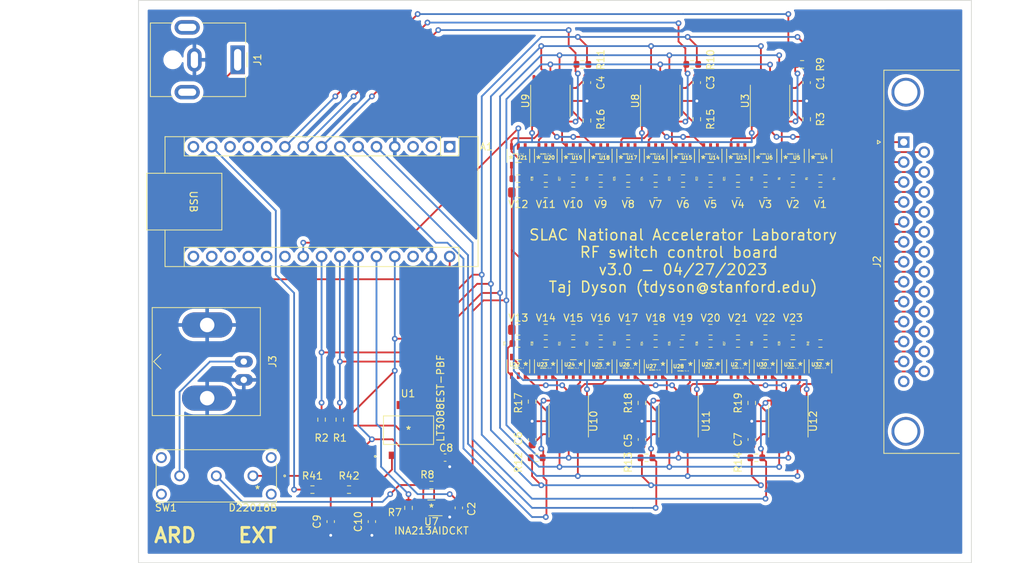
<source format=kicad_pcb>
(kicad_pcb (version 20211014) (generator pcbnew)

  (general
    (thickness 1.6)
  )

  (paper "A4")
  (layers
    (0 "F.Cu" signal)
    (31 "B.Cu" signal)
    (32 "B.Adhes" user "B.Adhesive")
    (33 "F.Adhes" user "F.Adhesive")
    (34 "B.Paste" user)
    (35 "F.Paste" user)
    (36 "B.SilkS" user "B.Silkscreen")
    (37 "F.SilkS" user "F.Silkscreen")
    (38 "B.Mask" user)
    (39 "F.Mask" user)
    (40 "Dwgs.User" user "User.Drawings")
    (41 "Cmts.User" user "User.Comments")
    (42 "Eco1.User" user "User.Eco1")
    (43 "Eco2.User" user "User.Eco2")
    (44 "Edge.Cuts" user)
    (45 "Margin" user)
    (46 "B.CrtYd" user "B.Courtyard")
    (47 "F.CrtYd" user "F.Courtyard")
    (48 "B.Fab" user)
    (49 "F.Fab" user)
    (50 "User.1" user)
    (51 "User.2" user)
    (52 "User.3" user)
    (53 "User.4" user)
    (54 "User.5" user)
    (55 "User.6" user)
    (56 "User.7" user)
    (57 "User.8" user)
    (58 "User.9" user)
  )

  (setup
    (stackup
      (layer "F.SilkS" (type "Top Silk Screen"))
      (layer "F.Paste" (type "Top Solder Paste"))
      (layer "F.Mask" (type "Top Solder Mask") (thickness 0.01))
      (layer "F.Cu" (type "copper") (thickness 0.035))
      (layer "dielectric 1" (type "core") (thickness 1.51) (material "FR4") (epsilon_r 4.5) (loss_tangent 0.02))
      (layer "B.Cu" (type "copper") (thickness 0.035))
      (layer "B.Mask" (type "Bottom Solder Mask") (thickness 0.01))
      (layer "B.Paste" (type "Bottom Solder Paste"))
      (layer "B.SilkS" (type "Bottom Silk Screen"))
      (copper_finish "None")
      (dielectric_constraints no)
    )
    (pad_to_mask_clearance 0)
    (pcbplotparams
      (layerselection 0x00010fc_ffffffff)
      (disableapertmacros false)
      (usegerberextensions false)
      (usegerberattributes true)
      (usegerberadvancedattributes true)
      (creategerberjobfile true)
      (svguseinch false)
      (svgprecision 6)
      (excludeedgelayer true)
      (plotframeref false)
      (viasonmask false)
      (mode 1)
      (useauxorigin false)
      (hpglpennumber 1)
      (hpglpenspeed 20)
      (hpglpendiameter 15.000000)
      (dxfpolygonmode true)
      (dxfimperialunits true)
      (dxfusepcbnewfont true)
      (psnegative false)
      (psa4output false)
      (plotreference true)
      (plotvalue true)
      (plotinvisibletext false)
      (sketchpadsonfab false)
      (subtractmaskfromsilk false)
      (outputformat 1)
      (mirror false)
      (drillshape 0)
      (scaleselection 1)
      (outputdirectory "")
    )
  )

  (net 0 "")
  (net 1 "unconnected-(A1-Pad1)")
  (net 2 "unconnected-(A1-Pad2)")
  (net 3 "unconnected-(A1-Pad3)")
  (net 4 "GND")
  (net 5 "Net-(A1-Pad5)")
  (net 6 "Net-(A1-Pad6)")
  (net 7 "Net-(A1-Pad7)")
  (net 8 "Net-(A1-Pad8)")
  (net 9 "Net-(A1-Pad9)")
  (net 10 "unconnected-(A1-Pad11)")
  (net 11 "unconnected-(A1-Pad12)")
  (net 12 "unconnected-(A1-Pad13)")
  (net 13 "unconnected-(A1-Pad15)")
  (net 14 "unconnected-(A1-Pad16)")
  (net 15 "unconnected-(A1-Pad17)")
  (net 16 "unconnected-(A1-Pad18)")
  (net 17 "unconnected-(A1-Pad19)")
  (net 18 "unconnected-(A1-Pad20)")
  (net 19 "unconnected-(A1-Pad21)")
  (net 20 "Net-(A1-Pad22)")
  (net 21 "Net-(A1-Pad23)")
  (net 22 "Net-(A1-Pad24)")
  (net 23 "Net-(A1-Pad25)")
  (net 24 "unconnected-(A1-Pad28)")
  (net 25 "Net-(A1-Pad30)")
  (net 26 "Net-(C1-Pad2)")
  (net 27 "Net-(R3-Pad2)")
  (net 28 "unconnected-(U3-Pad9)")
  (net 29 "unconnected-(U3-Pad10)")
  (net 30 "unconnected-(U3-Pad15)")
  (net 31 "unconnected-(U3-Pad16)")
  (net 32 "Net-(R4-Pad1)")
  (net 33 "unconnected-(U4-Pad4)")
  (net 34 "unconnected-(U5-Pad4)")
  (net 35 "unconnected-(U6-Pad4)")
  (net 36 "unconnected-(J2-Pad0)")
  (net 37 "Net-(R5-Pad1)")
  (net 38 "Net-(R6-Pad1)")
  (net 39 "Net-(A1-Pad14)")
  (net 40 "Net-(R15-Pad2)")
  (net 41 "Net-(R16-Pad2)")
  (net 42 "Net-(R17-Pad2)")
  (net 43 "Net-(R18-Pad2)")
  (net 44 "Net-(R19-Pad2)")
  (net 45 "Net-(R20-Pad1)")
  (net 46 "Net-(R21-Pad1)")
  (net 47 "Net-(R22-Pad1)")
  (net 48 "Net-(R23-Pad1)")
  (net 49 "Net-(R24-Pad1)")
  (net 50 "Net-(R25-Pad1)")
  (net 51 "Net-(R26-Pad1)")
  (net 52 "Net-(R27-Pad1)")
  (net 53 "Net-(R28-Pad1)")
  (net 54 "Net-(R29-Pad1)")
  (net 55 "Net-(R30-Pad1)")
  (net 56 "Net-(R31-Pad1)")
  (net 57 "Net-(R32-Pad1)")
  (net 58 "Net-(R33-Pad1)")
  (net 59 "Net-(R34-Pad1)")
  (net 60 "Net-(R35-Pad1)")
  (net 61 "Net-(R36-Pad1)")
  (net 62 "Net-(R37-Pad1)")
  (net 63 "Net-(U13-Pad2)")
  (net 64 "Net-(U3-Pad7)")
  (net 65 "Net-(U14-Pad2)")
  (net 66 "Net-(U15-Pad2)")
  (net 67 "Net-(U17-Pad2)")
  (net 68 "Net-(U16-Pad2)")
  (net 69 "unconnected-(U8-Pad9)")
  (net 70 "unconnected-(U8-Pad10)")
  (net 71 "unconnected-(U8-Pad15)")
  (net 72 "unconnected-(U8-Pad16)")
  (net 73 "Net-(U18-Pad2)")
  (net 74 "Net-(U19-Pad2)")
  (net 75 "Net-(U21-Pad2)")
  (net 76 "Net-(U20-Pad2)")
  (net 77 "unconnected-(U9-Pad9)")
  (net 78 "unconnected-(U9-Pad10)")
  (net 79 "unconnected-(U9-Pad15)")
  (net 80 "unconnected-(U9-Pad16)")
  (net 81 "Net-(U10-Pad2)")
  (net 82 "Net-(U10-Pad4)")
  (net 83 "Net-(U10-Pad7)")
  (net 84 "unconnected-(U10-Pad9)")
  (net 85 "unconnected-(U10-Pad10)")
  (net 86 "unconnected-(U10-Pad15)")
  (net 87 "unconnected-(U10-Pad16)")
  (net 88 "unconnected-(U11-Pad9)")
  (net 89 "unconnected-(U11-Pad10)")
  (net 90 "unconnected-(U11-Pad15)")
  (net 91 "unconnected-(U11-Pad16)")
  (net 92 "Net-(U12-Pad2)")
  (net 93 "Net-(J2-Pad2)")
  (net 94 "Net-(J2-Pad12)")
  (net 95 "Net-(J2-Pad24)")
  (net 96 "unconnected-(U12-Pad9)")
  (net 97 "unconnected-(U12-Pad10)")
  (net 98 "unconnected-(U12-Pad15)")
  (net 99 "unconnected-(U12-Pad16)")
  (net 100 "unconnected-(U13-Pad4)")
  (net 101 "unconnected-(U15-Pad4)")
  (net 102 "unconnected-(U16-Pad4)")
  (net 103 "unconnected-(U17-Pad4)")
  (net 104 "unconnected-(U18-Pad4)")
  (net 105 "unconnected-(U19-Pad4)")
  (net 106 "unconnected-(U20-Pad4)")
  (net 107 "unconnected-(U21-Pad4)")
  (net 108 "unconnected-(U22-Pad4)")
  (net 109 "unconnected-(U23-Pad4)")
  (net 110 "unconnected-(U24-Pad4)")
  (net 111 "unconnected-(U25-Pad4)")
  (net 112 "unconnected-(U26-Pad4)")
  (net 113 "unconnected-(U27-Pad4)")
  (net 114 "unconnected-(U28-Pad4)")
  (net 115 "unconnected-(U29-Pad4)")
  (net 116 "unconnected-(U30-Pad4)")
  (net 117 "Net-(A1-Pad27)")
  (net 118 "Net-(J2-Pad1)")
  (net 119 "Net-(J2-Pad25)")
  (net 120 "Net-(J2-Pad3)")
  (net 121 "Net-(J2-Pad4)")
  (net 122 "Net-(J2-Pad5)")
  (net 123 "Net-(J2-Pad6)")
  (net 124 "Net-(J2-Pad7)")
  (net 125 "Net-(J2-Pad8)")
  (net 126 "Net-(J2-Pad9)")
  (net 127 "Net-(J2-Pad10)")
  (net 128 "Net-(R38-Pad1)")
  (net 129 "unconnected-(J2-Pad13)")
  (net 130 "Net-(J2-Pad11)")
  (net 131 "Net-(J2-Pad14)")
  (net 132 "Net-(J2-Pad15)")
  (net 133 "Net-(J2-Pad16)")
  (net 134 "Net-(J2-Pad17)")
  (net 135 "Net-(J2-Pad18)")
  (net 136 "Net-(J2-Pad19)")
  (net 137 "Net-(J2-Pad20)")
  (net 138 "Net-(J2-Pad21)")
  (net 139 "Net-(J2-Pad22)")
  (net 140 "Net-(R39-Pad1)")
  (net 141 "Net-(R40-Pad1)")
  (net 142 "Net-(J2-Pad23)")
  (net 143 "Net-(J3-Pad1)")
  (net 144 "Net-(R41-Pad1)")
  (net 145 "Net-(A1-Pad26)")
  (net 146 "Net-(R7-Pad1)")
  (net 147 "Net-(A1-Pad10)")
  (net 148 "unconnected-(U14-Pad4)")
  (net 149 "Net-(U3-Pad4)")
  (net 150 "Net-(U3-Pad5)")
  (net 151 "Net-(U10-Pad5)")
  (net 152 "Net-(U11-Pad2)")
  (net 153 "Net-(U11-Pad4)")
  (net 154 "Net-(U11-Pad5)")
  (net 155 "Net-(U11-Pad7)")
  (net 156 "Net-(U12-Pad5)")
  (net 157 "unconnected-(U2-Pad4)")
  (net 158 "Net-(U12-Pad4)")
  (net 159 "Net-(U12-Pad7)")
  (net 160 "unconnected-(U31-Pad4)")
  (net 161 "unconnected-(U32-Pad4)")
  (net 162 "Net-(U1-Pad1)")
  (net 163 "Net-(R8-Pad1)")

  (footprint "Resistor_SMD:R_0603_1608Metric" (layer "F.Cu") (at 117.475 125.125398 90))

  (footprint "SOT-753_1P6X2P9_ONS:SOT-753_1P6X2P9_ONS" (layer "F.Cu") (at 127 120.045398 90))

  (footprint "Resistor_SMD:R_0603_1608Metric" (layer "F.Cu") (at 111.76 116.870398 180))

  (footprint "Resistor_SMD:R_0603_1608Metric" (layer "F.Cu") (at 57.785 127.445 -90))

  (footprint "Package_SO:TSSOP-16_4.4x5mm_P0.65mm" (layer "F.Cu") (at 104.775 83.185 90))

  (footprint "Resistor_SMD:R_0603_1608Metric" (layer "F.Cu") (at 60.325 127.445 -90))

  (footprint "Capacitor_SMD:C_0603_1608Metric" (layer "F.Cu") (at 117.475 130.205398 -90))

  (footprint "SOT-753_1P6X2P9_ONS:SOT-753_1P6X2P9_ONS" (layer "F.Cu") (at 115.57 90.805 -90))

  (footprint "Package_SO:TSSOP-16_4.4x5mm_P0.65mm" (layer "F.Cu") (at 92.075 127.665398 -90))

  (footprint "Resistor_SMD:R_0603_1608Metric" (layer "F.Cu") (at 107.95 93.98))

  (footprint "SOT-753_1P6X2P9_ONS:SOT-753_1P6X2P9_ONS" (layer "F.Cu") (at 92.71 90.805 -90))

  (footprint "Capacitor_SMD:C_0603_1608Metric" (layer "F.Cu") (at 102.235 130.205398 -90))

  (footprint "Resistor_SMD:R_0805_2012Metric" (layer "F.Cu") (at 119.38 95.885 180))

  (footprint "SOT-753_1P6X2P9_ONS:SOT-753_1P6X2P9_ONS" (layer "F.Cu") (at 100.33 120.045398 90))

  (footprint "Resistor_SMD:R_0603_1608Metric" (layer "F.Cu") (at 100.33 93.98))

  (footprint "Resistor_SMD:R_0603_1608Metric" (layer "F.Cu") (at 115.57 93.98))

  (footprint "Resistor_SMD:R_0603_1608Metric" (layer "F.Cu") (at 107.76 116.870398 180))

  (footprint "Resistor_SMD:R_0603_1608Metric" (layer "F.Cu") (at 93.98 78.105 180))

  (footprint "Capacitor_SMD:C_0603_1608Metric" (layer "F.Cu") (at 74.93 132.715))

  (footprint "SOT-753_1P6X2P9_ONS:SOT-753_1P6X2P9_ONS" (layer "F.Cu") (at 127 90.805 -90))

  (footprint "Resistor_SMD:R_0805_2012Metric" (layer "F.Cu") (at 127 95.885 180))

  (footprint "Resistor_SMD:R_0603_1608Metric" (layer "F.Cu") (at 115.57 116.870398 180))

  (footprint "SOT-223_ST_LIT:SOT-223_ST_LIT" (layer "F.Cu") (at 69.85 128.905))

  (footprint "Resistor_SMD:R_0603_1608Metric" (layer "F.Cu") (at 73.025 136.525))

  (footprint "Resistor_SMD:R_0805_2012Metric" (layer "F.Cu") (at 92.71 114.965398))

  (footprint "Resistor_SMD:R_0603_1608Metric" (layer "F.Cu") (at 87.63 132.745398))

  (footprint "Resistor_SMD:R_0805_2012Metric" (layer "F.Cu") (at 85.09 114.965398))

  (footprint "Resistor_SMD:R_0805_2012Metric" (layer "F.Cu") (at 123.19 95.885 180))

  (footprint "Resistor_SMD:R_0603_1608Metric" (layer "F.Cu") (at 109.22 78.105 180))

  (footprint "Resistor_SMD:R_0603_1608Metric" (layer "F.Cu") (at 102.235 125.125398 90))

  (footprint "Connector_Dsub:DSUB-25_Female_Horizontal_P2.77x2.84mm_EdgePinOffset4.94mm_Housed_MountingHolesOffset7.48mm" (layer "F.Cu")
    (tedit 59FEDEE2) (tstamp 3e1e7e69-d722-4b52-8ab4-d6279f919dd6)
    (at 138.564669 88.9 90)
    (descr "25-pin D-Sub connector, horizontal/angled (90 deg), THT-mount, female, pitch 2.77x2.84mm, pin-PCB-offset 4.9399999999999995mm, distance of mounting holes 47.1mm, distance of mounting holes to PCB edge 7.4799999999999995mm, see https://disti-assets.s3.amazonaws.com/tonar/files/datasheets/16730.pdf")
    (tags "25-pin D-Sub connector horizontal angled 90deg THT female pitch 2.77x2.84mm pin-PCB-offset 4.9399999999999995mm mounting-holes-distance 47.1mm mounting-hole-offset 47.1mm")
    (property "Sheetfile" "RF_control_board_v3.kicad_sch")
    (property "Sheetname" "")
    (path "/057e5f0b-dc40-4496-b721-ea8b7272ca65")
    (attr through_hole)
    (fp_text reference "J2" (at -16.62 -3.7 90) (layer "F.SilkS")
      (effects (font (size 1 1) (thickness 0.15)))
      (tstamp 4207c362-757c-4b31-bee6-83186a967f36)
    )
    (fp_text value "DB25_Female_MountingHoles" (at -16.62 15.85 90) (layer "F.Fab")
      (effects (font (size 1 1) (thickness 0.15)))
      (tstamp 49a204d5-d7f2-4e15-bb7a-d2b1769221f3)
    )
    (fp_text user "${REFERENCE}" (at -16.62 11.265 90) (layer "F.Fab")
      (effects (font (size 1 1) (thickness 0.15)))
      (tstamp 080b54e7-13a1-4d4c-b894-b8680977cb2a)
    )
    (fp_line (start -43.23 7.72) (end -43.23 -2.76) (layer "F.SilkS") (width 0.12) (tstamp 5d7f6724-c781-4af3-9369-b1205554fac3))
    (fp_line (start 0.25 -3.654338) (end 0 -3.221325) (layer "F.SilkS") (width 0.12) (tstamp 97c9626b-d7ce-46b0-a919-892492faae91))
    (fp_line (start -0.25 -3.654338) (end 0.25 -3.654338) (layer "F.SilkS") (width 0.12) (tstamp afff9dca-771e-43cd-9470-0d6ad14a1d72))
    (fp_line (start 0 -3.221325) (end -0.25 -3.654338) (layer "F.SilkS") (width 0.12) (tstamp b0ca3b71-4533-40de-8202-cbbf5abedd80))
    (fp_line (start -43.23 -2.76) (end 9.99 -2.76) (layer "F.SilkS") (width 0.12) (tstamp c9e60456-6b3a-4fe5-9979-efb893ba7715))
    (fp_line (start 9.99 -2.76) (end 9.99 7.72) (layer "F.SilkS") (width 0.12) (tstamp cb83506f-a713-4b83-82c7-754d561451bb))
    (fp_line (start 10.45 -3.25) (end -43.7 -3.25) (layer "F.CrtYd") (width 0.05) (tstamp 095fe033-8302-4509-a567-8939ac3a39c3))
    (fp_line (start -43.7 -3.25) (end -43.7 14.85) (layer "F.CrtYd") (width 0.05) (tstamp 3927a199-9d0f-49a7-822c-a2b4746eee50))
    (fp_line (start 10.45 14.85) (end 10.45 -3.25) (layer "F.CrtYd") (width 0.05) (tstamp 662b3390-af3a-4ee5-aba5-c809f89af0bb))
    (fp_line (start -43.7 14.85) (end 10.45 14.85) (layer "F.CrtYd") (width 0.05) (tstamp b128f2a3-d1d4-4e42-8d39-21e36200b77b))
    (fp_line (start 9.93 7.78) (end -43.17 7.78) (layer "F.Fab") (width 0.1) (tstamp 06ecf7e8-b240-4399-8b05-43356e1619cf))
    (fp_line (start 4.43 13.18) (end 9.43 13.18) (layer "F.Fab") (width 0.1) (tstamp 06fdb645-3275-4e5b-a6dc-913bc8582eeb))
    (fp_line (start -37.67 8.18) (end -42.67 8.18) (layer "F.Fab") (width 0.1) (tstamp 0b91d3e9-8473-4859-8374-207f78c3247d))
    (fp_line (start 2.53 14.35) (end 2.53 8.18) (layer "F.Fab") (width 0.1) (tstamp 0db90868-9b5e-404e-b1a5-5c0be5b4fb1a))
    (fp_line (start 9.93 -2.7) (end -43.17 -2.7) (layer "F.Fab") (width 0.1) (tstamp 1806bc63-e2f3-49f0-bb5a-6eae4e33f1c2))
    (fp_line (start 9.43 8.18) (end 4.43 8.18) (layer "F.Fab") (width 0.1) (tstamp 2414df3f-5316-4876-8224-6b40cfeb0ab5))
    (fp_line (start -35.77 14.35) (end 2.53 14.35) (layer "F.Fab") (width 0.1) (tstamp 26f83ebf-62df-4969-ae15-a79828118f41))
    (fp_line (start -42.67 8.18) (end -42.67 13.18) (layer "F.Fab") (width 0.1) (tstamp 2d979bf7-7701-4c1b-8666-139ba768fa75))
    (fp_line (start -43.17 7.78) (end -43.17 8.18) (layer "F.Fab") (width 0.1) (tstamp 317c83be-db8e-4524-a550-0ce441698f4c))
    (fp_line (start 9.93 8.18) (end 9.93 7.78) (layer "F.Fab") (width 0.1) (tstamp 357a77ae-e577-444c-bfa5-014bbf394585))
    (fp_line (start 9.43 13.18) (end 9.43 8.18) (layer "F.Fab") (width 0.1) (tstamp 42c6fd0f-ad1c-40af-970b-3f1c293bed25))
    (fp_line (start -41.77 7.78) (end -41.77 0.3) (layer "F.Fab") (width 0.1) (tstamp 45390365-5c9f-4b63-a93a-9580d1930ee8))
    (fp_line (start -43.17 8.18) (end 9.93 8.18) (layer "F.Fab") (width 0.1) (tstamp 47821a9f-82f8-4f7c-8264-cde26909381a))
    (fp_line (start 8.53 7.78) (end 8.53 0.3) (layer "F.Fab") (width 0.1) (tstamp 6e3eb5e3-6c23-4306-b27f-f6956d82c059))
    (fp_line (start 5.33 7.78) (end 5.33 0.3) (layer "F.Fab") (width 0.1) (tstamp 7444b049-c143-49f9-bfd2-7f5bed1c3d3f))
    (fp_line (start 2.53 8.18) (end -35.77 8.18) (layer "F.Fab") (width 0.1) (tstamp 77f564ec-b4d2-45ef-9e09-de8eb99200cb))
    (fp_line (start 4.43 8.18) (end 4.43 13.18) (layer "F.Fab") (width 0.1) (tstamp 916b8e3e-45dc-4608-bf84-a1c72268d606))
    (fp_line (start -35.77 8.18) (end -35.77 14.35) (layer "F.Fab") (width 0.1) (tstamp 918e1ab7-275e-4b71-811a-417781d2214a))
    (fp_line (start -42.67 13.18) (end -37.67 13.18) (layer "F.Fab") (width 0.1) (tstamp a2b22c87-871e-4db9-807e-de905f005e21))
    (fp_line (start -43.17 -2.7) (end -43.17 7.78) (layer "F.Fab") (width 0.1) (tstamp b2fd5ec4-3090-44e7-a552-0f9026a48399))
    (fp_line (start -37.67 13.18) (end -37.67 8.18) (layer "F.Fab") (width 0.1) (tstamp b8bdcc3f-6e5d-4481-8cec-da780ebe8608))
    (fp_line (start -38.57 7.78) (end -38.57 0.3) (layer "F.Fab") (width 0.1) (tstamp c507a3e9-73bd-463f-bc5a-cabdf2426bd7))
    (fp_line (start -43.17 7.78) (end 9.93 7.78) (layer "F.Fab") (width 0.1) (tstamp dd04b5ed-2359-4b4e-986e-9af835442d5c))
    (fp_line (start 9.93 7.78) (end 9.93 -2.7) (layer "F.Fab") (width 0.1) (tstamp fb301ff4-1c4e-486f-8bf2-3bdef3462a02))
    (fp_arc (start 5.33 0.3) (mid 6.93 -1.3) (end 8.53 0.3) (layer "F.Fab") (width 0.1) (tstamp 4dc78eac-79b8-4478-9e51-c28337563c6b))
    (fp_arc (start -41.77 0.3) (mid -40.17 -1.3) (end -38.57 0.3) (layer "F.Fab") (width 0.1) (tstamp fb8aa055-a304-4381-a71c-1ebca459f8e0))
    (pad "0" thru_hole circle (at 6.93 0.3 90) (size 4 4) (drill 3.2) (layers *.Cu *.Mask)
      (net 36 "unconnected-(J2-Pad0)") (pinfunction "PAD") (pintype "passive") (tstamp 4ca54830-a35d-45e6-9a51-f3005fb0a94f))
    (pad "1" thru_hole rect (at 0 0 90) (size 1.6 1.6) (drill 1) (layers *.Cu *.Mask)
      (net 118 "Net-(J2-Pad1)") (pinfunction "1") (pintype "passive") (tstamp 7a883065-1a2d-4420-b217-c9e6ebd52926))
    (pad "2" thru_hole circle (at -2.77 0 90) (size 1.6 1.6) (drill 1) (layers *.Cu *.Mask)
      (net 93 "Net-(J2-Pad2)") (pinfunction "2") (pintype "passive") (tstamp d38a9e26-1457-42fd-b696-8d2015d06681))
    (pad "3" thru_hole circle (at -5.54 0 90) (size 1.6 1.6) (drill 1) (layers *.Cu *.Mask)
      (net 120 "Net-(J2-Pad3)") (pinfunction "3") (pintype "passive") (tstamp 4242c38b-a0b7-4b44-9897-87caf8d6f509))
    (pad "4" thru_hole circle (at -8.31 0 90) (size 1.6 1.6) (drill 1) (layers *.Cu *.Mask)
      (net 121 "Net-(J2-Pad4)") (pinfunction "4") (pintype "passive") (tstamp 7f9788fd-a3df-40f5-983e-940d5c37babb))
    (pad "5" thru_hole circle (at -11.08 0 90) (size 1.6 1.6) (drill 1) (layers *.Cu *.Mask)
      (net 122 "Net-(J2-Pad5)") (pinfunction "5") (pintype "passive") (tstamp d7d43811-4203-488c-942f-abad3d44adf7))
    (pad "6" thru_hole circle (at -13.85 0 90) (size 1.6 1.6) (drill 1) (layers *.Cu *.Mask)
      (net 123 "Net-(J2-Pad6)") (pinfunction "6") (pintype "passive") (tstamp 6fc9b675-95f6-4a6c-9f5a-7060bf2cfa3c))
    (pad "7" thru_hole circle (at -16.62 0 90) (size 1.6 1.6) (drill 1) (layers *.Cu *.Mask)
      (net 124 "Net-(J2-Pad7)") (pinfunction "7") (pintype "passive") (tstamp 8fed8a25-ddcb-4e28-a56c-e9f4247d52c9))
    (pad "8" thru_hole circle (at -19.39 0 90) (size 1.6 1.6) (drill 1) (layers *.Cu *.Mask)
      (net 125 "Net-(J2-Pad8)") (pinfunction "8") (pintype "passive") (tstamp 9aa842dd-85c7-4b5c-bf94-46993ee4cf90))
    (pad "9" thru_hole circle (at -22.16 0 90) (size 1.6 1.6) (drill 1) (layers *.Cu *.Mask)
      (net 126 "Net-(J2-Pad9)") (pinfunction "9") (pintype "passive") (tstamp 470bbacc-bdbd-4bad-991c-38dd7c1c71d7))
    (pad "10" thru_hole circle (at -24.93 0 90) (size 1.6 1.6) (drill 1) (layers *.Cu *.Mask)
      (net 127 "Net-(J2-Pad10)") (pinfunction "10") (pintype "passive") (tstamp 143dd2f9-4a6a-40ea-b451-633dc072aa37))
    (pad "11" thru_hole circle (at -27.7 0 90) (size 1.6 1.6) (drill 1) (layers *.Cu *.Mask)
      (net 130 "Net-(J2-Pad11)") (pinfunction "11") (pintype "passive") (tstamp 6891516e-3a33-4c01-91cf-8a5748d0da91))
    (pad "12" thru_hole circle (at -30.47 0 90) (size 1.6 1.6) (drill 1) (layers *.Cu *.Mask)
      (net 94 "Net-(J2-Pad12)") (pinfunction "12") (pintype "passive") (tstamp 9ef1a8d9-07e0-49c1-a2d2-fdcb237ad9c3))
    (pad "13" thru_hole circle (at -33.24 0 90) (size 1.6 1.6) (drill 1) (layers *.Cu *.Mask)
      (net 129 "unconnected-(J2-Pad13)") (pinfunction "13") (pintype "passive") (tstamp 54973cd3-7123-4af6-9e2e-c0ed10f434e9))
    (pad "14" thru_hole circle (at -1.385 2.84 90) (size 1.6 1.6) (drill 1) (layers *.Cu *.Mask)
      (net 131 "Net-(J2-Pad14)") (pinfunction "P14") (pintype "passive") (tstamp 70ed9016-ec4a-435f-9687-103899d3dd52))
    (pad "15" thru_hole circle (at -4.155 2.84 90) (size 1.6 1.6) (drill 1) (layers *.Cu *.Mask)
      (net 132 "Net-(J2-Pad15)") (pinfunction "P15") (pintype "passive") (tstamp 9d409f07-9f40-4a15-a664-e6fdfd2fcf8a))
    (pad "16" thru_hole circle (at -6.925 2.84 90) (size 1.6 1.6) (drill 1) (layers *.Cu *.Mask)
      (net 133 "Net-(J2-Pad16)") (pinfunction "P16") (pintype "passive") (tstamp 8b6efdbf-aef1-4ec0-8626-f8e5cf901a78))
    (pad "17" thru_hole circle (at -9.695 2.84 90) (size 1.6 1.6) (drill 1) (layers *.Cu *.Mask)
      (net 134 "Net-(J2-Pad17)") (pinfunction "P17") (pintype "passive") (tstamp 8129308c-3bc6-4d2d-a51d-a5594925c9e0))
    (pad "18" thru_hole circle (at -12.465 2.84 90) (size 1.6 1.6) (drill 1) (layers *.Cu *.Mask)
      (net 135 "Net-(J2-Pad18)") (pinfunction "P18") (pintype "passive") (tstamp 227814cc-8673-4f7c-99dc-3b98b306b8b9))
    (pad "19" thru_hole circle (at -15.235 2.84 90) (size 1.6 1.6) (drill 1) (layers *.Cu *.Mask)
      (net 136 "Net-(J2-Pad19)") (pinfunction "P19") (pintype "passive") (tstamp df44901c-92f6-4e35-a1e7-560a9503cc58))
    (pad "20" thru_hole circle (at -18.005 2.84 90) (size 1.6 1.6) (drill 1) (layers *.Cu *.Mask)
      (net 137 "Net-(J2-Pad20)") (pinfunction "P20") (pintype "passive") (tstamp c94d4bc6-1f5f-491d-a4e0-ea44beccf8f4))
    (pad "21" thru_hole circle (at -20.775 2.84 90) (size 1.6 1.6) (drill 1) (layers *.Cu *.Mask)
      (net 138 "Net-(J2-Pad21)") (pinfunction "P21") (pintype "passive") (tstamp c15800b7-1403-4344-aa66-f5dc102ab96e))
    (pad "22" thru_hole circle (at -23.545 2.84 90) (size 1.6 1.6) (drill 1) (layers *.Cu *.Mask)
      (net 139 "Net-(J2-Pad22)") (pinfunction "P22") (pintype "passive") (tstamp 02ea5441-fc9a-4989-8ffd-cf99c471cb47))
    (pad "23" thru_hole circle (at -26.315 2.84 90) (size 1.6 1.6) (drill 1) (layers *.Cu *.Mask)
      (net 142 "Net-(J2-Pad23)") (pinfunction "P23") (pintype "passive") (tstamp 99b8f849-450a-4cb3-a6ae-6352ab90d730))
    (pad "24" thru_hole circle (at -29.085 2.84 90) (size 1.6 1.6) (drill 1) (layers *.Cu *.Mask)
      (net 95 "Net-(J2-Pad24)") (pinfunction "P24") (pintype "passive") (tstamp 34b53653-f695-4415-b13f-3321befdfc04))
    (pad "25" thru_hole circle (at -31.855 2.84 90) (size 1.6 1.6) (drill 1) (layers *.Cu *.Mask)
      (net 119 "Net-(J2-Pad25)") (pinfunction "P25") (pintype "passive") (tstamp 9b3b07c2-97e3-4b75-af62-b9f6e45df9c9))
    (pad "26" thru_hole circle (at -40.17 0.3 90) (size 4 4) (drill 3.2) (layers *.Cu *.Mask) (tstamp 4e3c70a5-fb38-4e03-9a52-53d9d49bb81e))
    (mode
... [1059588 chars truncated]
</source>
